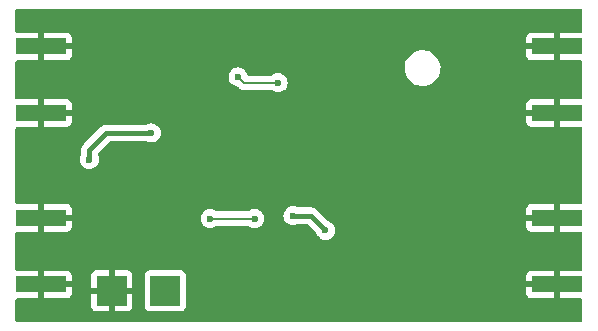
<source format=gbr>
%TF.GenerationSoftware,KiCad,Pcbnew,7.0.1*%
%TF.CreationDate,2023-06-23T15:29:09-04:00*%
%TF.ProjectId,reference-25mhz,72656665-7265-46e6-9365-2d32356d687a,rev?*%
%TF.SameCoordinates,Original*%
%TF.FileFunction,Copper,L2,Bot*%
%TF.FilePolarity,Positive*%
%FSLAX46Y46*%
G04 Gerber Fmt 4.6, Leading zero omitted, Abs format (unit mm)*
G04 Created by KiCad (PCBNEW 7.0.1) date 2023-06-23 15:29:09*
%MOMM*%
%LPD*%
G01*
G04 APERTURE LIST*
%TA.AperFunction,SMDPad,CuDef*%
%ADD10R,4.200000X1.350000*%
%TD*%
%TA.AperFunction,ComponentPad*%
%ADD11R,2.500000X2.500000*%
%TD*%
%TA.AperFunction,ViaPad*%
%ADD12C,0.600000*%
%TD*%
%TA.AperFunction,Conductor*%
%ADD13C,0.400000*%
%TD*%
%TA.AperFunction,Conductor*%
%ADD14C,0.200000*%
%TD*%
G04 APERTURE END LIST*
D10*
%TO.P,J1,2,Ext*%
%TO.N,GND*%
X74662500Y-122675000D03*
X74662500Y-128325000D03*
%TD*%
%TO.P,J5,2,Ext*%
%TO.N,GND*%
X118337500Y-142825000D03*
X118337500Y-137175000D03*
%TD*%
%TO.P,J2,2,Ext*%
%TO.N,GND*%
X74662500Y-137175000D03*
X74662500Y-142825000D03*
%TD*%
D11*
%TO.P,TP2,1,1*%
%TO.N,GND*%
X80650000Y-143350000D03*
%TD*%
%TO.P,TP1,1,1*%
%TO.N,+5V*%
X85200000Y-143350000D03*
%TD*%
D10*
%TO.P,J4,2,Ext*%
%TO.N,GND*%
X118337500Y-128325000D03*
X118337500Y-122675000D03*
%TD*%
D12*
%TO.N,GND*%
X106000000Y-143000000D03*
X74000000Y-145000000D03*
X117000000Y-120000000D03*
X100000000Y-131000000D03*
X109000000Y-140000000D03*
X112000000Y-141000000D03*
X77000000Y-120000000D03*
X98000000Y-121000000D03*
X115000000Y-132000000D03*
X107000000Y-142000000D03*
X106000000Y-129000000D03*
X100000000Y-137000000D03*
X100000000Y-129000000D03*
X90250000Y-128750000D03*
X96000000Y-130000000D03*
X78000000Y-121000000D03*
X87500000Y-144000000D03*
X103000000Y-134000000D03*
X81000000Y-135500000D03*
X107000000Y-136000000D03*
X111000000Y-128000000D03*
X110000000Y-133000000D03*
X76000000Y-121000000D03*
X103000000Y-136000000D03*
X109000000Y-128000000D03*
X95000000Y-131000000D03*
X114000000Y-141000000D03*
X78000000Y-123000000D03*
X113000000Y-132000000D03*
X115000000Y-138000000D03*
X78000000Y-141000000D03*
X111000000Y-140000000D03*
X115000000Y-130000000D03*
X89000000Y-122000000D03*
X111000000Y-136000000D03*
X102500000Y-125500000D03*
X107000000Y-132000000D03*
X91000000Y-120000000D03*
X105000000Y-136000000D03*
X97000000Y-140000000D03*
X114000000Y-125000000D03*
X111000000Y-124000000D03*
X101000000Y-140000000D03*
X103000000Y-140000000D03*
X108000000Y-137000000D03*
X87500000Y-141000000D03*
X89250000Y-132000000D03*
X92000000Y-121000000D03*
X113000000Y-136000000D03*
X100500000Y-123500000D03*
X102000000Y-137000000D03*
X110000000Y-127000000D03*
X97000000Y-131000000D03*
X94000000Y-130000000D03*
X111000000Y-126000000D03*
X79000000Y-120000000D03*
X112000000Y-125000000D03*
X100500000Y-125500000D03*
X118000000Y-121000000D03*
X102500000Y-123500000D03*
X79000000Y-122000000D03*
X95500000Y-138400000D03*
X74000000Y-133000000D03*
X104000000Y-121000000D03*
X75000000Y-134000000D03*
X112000000Y-137000000D03*
X90000000Y-121000000D03*
X114000000Y-129000000D03*
X103000000Y-120000000D03*
X114000000Y-131000000D03*
X93000000Y-120000000D03*
X75000000Y-120000000D03*
X115000000Y-128000000D03*
X80000000Y-125000000D03*
X80000000Y-123000000D03*
X95000000Y-120000000D03*
X109000000Y-136000000D03*
X87000000Y-120000000D03*
X99000000Y-140000000D03*
X119000000Y-120000000D03*
X105000000Y-132000000D03*
X107000000Y-120000000D03*
X108000000Y-141000000D03*
X110000000Y-137000000D03*
X101500000Y-124500000D03*
X116000000Y-121000000D03*
X108000000Y-129000000D03*
X76000000Y-145000000D03*
X114000000Y-137000000D03*
X101000000Y-142000000D03*
X110000000Y-121000000D03*
X106000000Y-137000000D03*
X96000000Y-134000000D03*
X97000000Y-133000000D03*
X96500000Y-143000000D03*
X101000000Y-130000000D03*
X107000000Y-140000000D03*
X112000000Y-133000000D03*
X74000000Y-135000000D03*
X81000000Y-141000000D03*
X114000000Y-133000000D03*
X113000000Y-120000000D03*
X84000000Y-123000000D03*
X82000000Y-123000000D03*
X110000000Y-129000000D03*
X78000000Y-143000000D03*
X100000000Y-121000000D03*
X97000000Y-135000000D03*
X85000000Y-120000000D03*
X115000000Y-120000000D03*
X86000000Y-140500000D03*
X75000000Y-132000000D03*
X107000000Y-134000000D03*
X83000000Y-120000000D03*
X104000000Y-143000000D03*
X84500000Y-140500000D03*
X104000000Y-133000000D03*
X88000000Y-121000000D03*
X81000000Y-120000000D03*
X105000000Y-120000000D03*
X92800000Y-138700000D03*
X97000000Y-120000000D03*
X106000000Y-133000000D03*
X109000000Y-122000000D03*
X91750000Y-135000000D03*
X102000000Y-141000000D03*
X113000000Y-126000000D03*
X78000000Y-145000000D03*
X94000000Y-121000000D03*
X103000000Y-142000000D03*
X115000000Y-136000000D03*
X102000000Y-133000000D03*
X115000000Y-124000000D03*
X112000000Y-127000000D03*
X100000000Y-133000000D03*
X89000000Y-120000000D03*
X109000000Y-126000000D03*
X89000000Y-141000000D03*
X115000000Y-122000000D03*
X111000000Y-122000000D03*
X111000000Y-132000000D03*
X86000000Y-121000000D03*
X96000000Y-121000000D03*
X105000000Y-142000000D03*
X109000000Y-120000000D03*
X104000000Y-137000000D03*
X101000000Y-120000000D03*
X102000000Y-135000000D03*
X110000000Y-141000000D03*
X113000000Y-140000000D03*
X100000000Y-135000000D03*
X96000000Y-132000000D03*
X103000000Y-132000000D03*
X99000000Y-120000000D03*
X102000000Y-121000000D03*
X74000000Y-131000000D03*
X74000000Y-121000000D03*
X115000000Y-142000000D03*
X79000000Y-124000000D03*
X111000000Y-120000000D03*
X98000000Y-139000000D03*
%TO.N,+3V3*%
X98750000Y-138250000D03*
X96000000Y-137000000D03*
%TO.N,Net-(JP2-C)*%
X92750000Y-137250000D03*
X89000000Y-137250000D03*
%TO.N,Net-(JP3-B)*%
X78750000Y-132250000D03*
X84000000Y-130000000D03*
%TO.N,Net-(U4A-D)*%
X94750000Y-125750000D03*
X91350000Y-125250000D03*
%TD*%
D13*
%TO.N,+3V3*%
X97500000Y-137000000D02*
X96000000Y-137000000D01*
X98750000Y-138250000D02*
X97500000Y-137000000D01*
D14*
%TO.N,Net-(JP2-C)*%
X92750000Y-137250000D02*
X89000000Y-137250000D01*
D13*
%TO.N,Net-(JP3-B)*%
X78750000Y-132250000D02*
X78750000Y-131460000D01*
X80210000Y-130000000D02*
X84000000Y-130000000D01*
X78750000Y-131460000D02*
X80210000Y-130000000D01*
D14*
%TO.N,Net-(U4A-D)*%
X91850000Y-125750000D02*
X91350000Y-125250000D01*
X94750000Y-125750000D02*
X91850000Y-125750000D01*
%TD*%
%TA.AperFunction,Conductor*%
%TO.N,GND*%
G36*
X120437500Y-119517113D02*
G01*
X120482887Y-119562500D01*
X120499500Y-119624500D01*
X120499500Y-121376000D01*
X120482887Y-121438000D01*
X120437500Y-121483387D01*
X120375500Y-121500000D01*
X118587500Y-121500000D01*
X118587500Y-123850000D01*
X120375500Y-123850000D01*
X120437500Y-123866613D01*
X120482887Y-123912000D01*
X120499500Y-123974000D01*
X120499500Y-127026000D01*
X120482887Y-127088000D01*
X120437500Y-127133387D01*
X120375500Y-127150000D01*
X118587500Y-127150000D01*
X118587500Y-129500000D01*
X120375500Y-129500000D01*
X120437500Y-129516613D01*
X120482887Y-129562000D01*
X120499500Y-129624000D01*
X120499500Y-135876000D01*
X120482887Y-135938000D01*
X120437500Y-135983387D01*
X120375500Y-136000000D01*
X118587500Y-136000000D01*
X118587500Y-138350000D01*
X120375500Y-138350000D01*
X120437500Y-138366613D01*
X120482887Y-138412000D01*
X120499500Y-138474000D01*
X120499500Y-141526000D01*
X120482887Y-141588000D01*
X120437500Y-141633387D01*
X120375500Y-141650000D01*
X118587500Y-141650000D01*
X118587500Y-144000000D01*
X120375500Y-144000000D01*
X120437500Y-144016613D01*
X120482887Y-144062000D01*
X120499500Y-144124000D01*
X120499500Y-145875500D01*
X120482887Y-145937500D01*
X120437500Y-145982887D01*
X120375500Y-145999500D01*
X72624500Y-145999500D01*
X72562500Y-145982887D01*
X72517113Y-145937500D01*
X72500500Y-145875500D01*
X72500500Y-144124000D01*
X72517113Y-144062000D01*
X72562500Y-144016613D01*
X72624500Y-144000000D01*
X74412500Y-144000000D01*
X74412500Y-143075000D01*
X74912500Y-143075000D01*
X74912500Y-144000000D01*
X76810324Y-144000000D01*
X76869875Y-143993597D01*
X77004589Y-143943352D01*
X77119688Y-143857188D01*
X77205852Y-143742089D01*
X77256097Y-143607375D01*
X77256890Y-143600000D01*
X78900000Y-143600000D01*
X78900000Y-144647824D01*
X78906402Y-144707375D01*
X78956647Y-144842089D01*
X79042811Y-144957188D01*
X79157910Y-145043352D01*
X79292624Y-145093597D01*
X79352176Y-145100000D01*
X80400000Y-145100000D01*
X80400000Y-143600000D01*
X80900000Y-143600000D01*
X80900000Y-145100000D01*
X81947824Y-145100000D01*
X82007375Y-145093597D01*
X82142089Y-145043352D01*
X82257188Y-144957188D01*
X82343352Y-144842089D01*
X82393597Y-144707375D01*
X82399995Y-144647869D01*
X83449500Y-144647869D01*
X83455897Y-144707375D01*
X83455909Y-144707483D01*
X83506204Y-144842331D01*
X83592454Y-144957546D01*
X83707669Y-145043796D01*
X83842517Y-145094091D01*
X83902127Y-145100500D01*
X86497872Y-145100499D01*
X86557483Y-145094091D01*
X86692331Y-145043796D01*
X86807546Y-144957546D01*
X86893796Y-144842331D01*
X86944091Y-144707483D01*
X86950500Y-144647873D01*
X86950499Y-143075000D01*
X115737500Y-143075000D01*
X115737500Y-143547824D01*
X115743902Y-143607375D01*
X115794147Y-143742089D01*
X115880311Y-143857188D01*
X115995410Y-143943352D01*
X116130124Y-143993597D01*
X116189676Y-144000000D01*
X118087500Y-144000000D01*
X118087500Y-143075000D01*
X115737500Y-143075000D01*
X86950499Y-143075000D01*
X86950499Y-142575000D01*
X115737500Y-142575000D01*
X118087500Y-142575000D01*
X118087500Y-141650000D01*
X116189676Y-141650000D01*
X116130124Y-141656402D01*
X115995410Y-141706647D01*
X115880311Y-141792811D01*
X115794147Y-141907910D01*
X115743902Y-142042624D01*
X115737500Y-142102176D01*
X115737500Y-142575000D01*
X86950499Y-142575000D01*
X86950499Y-142052128D01*
X86944091Y-141992517D01*
X86893796Y-141857669D01*
X86807546Y-141742454D01*
X86692331Y-141656204D01*
X86557483Y-141605909D01*
X86497873Y-141599500D01*
X86497869Y-141599500D01*
X83902130Y-141599500D01*
X83842515Y-141605909D01*
X83707669Y-141656204D01*
X83592454Y-141742454D01*
X83506204Y-141857668D01*
X83455909Y-141992516D01*
X83449500Y-142052130D01*
X83449500Y-144647869D01*
X82399995Y-144647869D01*
X82400000Y-144647824D01*
X82400000Y-143600000D01*
X80900000Y-143600000D01*
X80400000Y-143600000D01*
X78900000Y-143600000D01*
X77256890Y-143600000D01*
X77262500Y-143547824D01*
X77262500Y-143100000D01*
X78900000Y-143100000D01*
X80400000Y-143100000D01*
X80400000Y-141600000D01*
X80900000Y-141600000D01*
X80900000Y-143100000D01*
X82400000Y-143100000D01*
X82400000Y-142052176D01*
X82393597Y-141992624D01*
X82343352Y-141857910D01*
X82257188Y-141742811D01*
X82142089Y-141656647D01*
X82007375Y-141606402D01*
X81947824Y-141600000D01*
X80900000Y-141600000D01*
X80400000Y-141600000D01*
X79352176Y-141600000D01*
X79292624Y-141606402D01*
X79157910Y-141656647D01*
X79042811Y-141742811D01*
X78956647Y-141857910D01*
X78906402Y-141992624D01*
X78900000Y-142052176D01*
X78900000Y-143100000D01*
X77262500Y-143100000D01*
X77262500Y-143075000D01*
X74912500Y-143075000D01*
X74412500Y-143075000D01*
X74412500Y-141650000D01*
X74912500Y-141650000D01*
X74912500Y-142575000D01*
X77262500Y-142575000D01*
X77262500Y-142102176D01*
X77256097Y-142042624D01*
X77205852Y-141907910D01*
X77119688Y-141792811D01*
X77004589Y-141706647D01*
X76869875Y-141656402D01*
X76810324Y-141650000D01*
X74912500Y-141650000D01*
X74412500Y-141650000D01*
X72624500Y-141650000D01*
X72562500Y-141633387D01*
X72517113Y-141588000D01*
X72500500Y-141526000D01*
X72500500Y-138474000D01*
X72517113Y-138412000D01*
X72562500Y-138366613D01*
X72624500Y-138350000D01*
X74412500Y-138350000D01*
X74412500Y-137425000D01*
X74912500Y-137425000D01*
X74912500Y-138350000D01*
X76810324Y-138350000D01*
X76869875Y-138343597D01*
X77004589Y-138293352D01*
X77119688Y-138207188D01*
X77205852Y-138092089D01*
X77256097Y-137957375D01*
X77262500Y-137897824D01*
X77262500Y-137425000D01*
X74912500Y-137425000D01*
X74412500Y-137425000D01*
X74412500Y-137250000D01*
X88194434Y-137250000D01*
X88214631Y-137429251D01*
X88214631Y-137429253D01*
X88214632Y-137429255D01*
X88274211Y-137599522D01*
X88293245Y-137629814D01*
X88370185Y-137752264D01*
X88497735Y-137879814D01*
X88497737Y-137879815D01*
X88497738Y-137879816D01*
X88650478Y-137975789D01*
X88820745Y-138035368D01*
X89000000Y-138055565D01*
X89179255Y-138035368D01*
X89349522Y-137975789D01*
X89502262Y-137879816D01*
X89502261Y-137879816D01*
X89514092Y-137872383D01*
X89514911Y-137873687D01*
X89535488Y-137859939D01*
X89582941Y-137850500D01*
X92167059Y-137850500D01*
X92214512Y-137859939D01*
X92235088Y-137873687D01*
X92235908Y-137872383D01*
X92280618Y-137900476D01*
X92400478Y-137975789D01*
X92570745Y-138035368D01*
X92750000Y-138055565D01*
X92929255Y-138035368D01*
X93099522Y-137975789D01*
X93252262Y-137879816D01*
X93379816Y-137752262D01*
X93475789Y-137599522D01*
X93535368Y-137429255D01*
X93555565Y-137250000D01*
X93535368Y-137070745D01*
X93510613Y-137000000D01*
X95194434Y-137000000D01*
X95214631Y-137179251D01*
X95214631Y-137179253D01*
X95214632Y-137179255D01*
X95274211Y-137349522D01*
X95274212Y-137349523D01*
X95370185Y-137502264D01*
X95497735Y-137629814D01*
X95497737Y-137629815D01*
X95497738Y-137629816D01*
X95650478Y-137725789D01*
X95820745Y-137785368D01*
X96000000Y-137805565D01*
X96179255Y-137785368D01*
X96349522Y-137725789D01*
X96359521Y-137719505D01*
X96425493Y-137700500D01*
X97158481Y-137700500D01*
X97205934Y-137709939D01*
X97246162Y-137736819D01*
X97958631Y-138449288D01*
X97987991Y-138496014D01*
X98024209Y-138599519D01*
X98120185Y-138752264D01*
X98247735Y-138879814D01*
X98247737Y-138879815D01*
X98247738Y-138879816D01*
X98400478Y-138975789D01*
X98570745Y-139035368D01*
X98750000Y-139055565D01*
X98929255Y-139035368D01*
X99099522Y-138975789D01*
X99252262Y-138879816D01*
X99379816Y-138752262D01*
X99475789Y-138599522D01*
X99535368Y-138429255D01*
X99555565Y-138250000D01*
X99535368Y-138070745D01*
X99475789Y-137900478D01*
X99379816Y-137747738D01*
X99379815Y-137747737D01*
X99379814Y-137747735D01*
X99252264Y-137620185D01*
X99099519Y-137524209D01*
X98996014Y-137487991D01*
X98949288Y-137458631D01*
X98915657Y-137425000D01*
X115737500Y-137425000D01*
X115737500Y-137897824D01*
X115743902Y-137957375D01*
X115794147Y-138092089D01*
X115880311Y-138207188D01*
X115995410Y-138293352D01*
X116130124Y-138343597D01*
X116189676Y-138350000D01*
X118087500Y-138350000D01*
X118087500Y-137425000D01*
X115737500Y-137425000D01*
X98915657Y-137425000D01*
X98415657Y-136925000D01*
X115737500Y-136925000D01*
X118087500Y-136925000D01*
X118087500Y-136000000D01*
X116189676Y-136000000D01*
X116130124Y-136006402D01*
X115995410Y-136056647D01*
X115880311Y-136142811D01*
X115794147Y-136257910D01*
X115743902Y-136392624D01*
X115737500Y-136452176D01*
X115737500Y-136925000D01*
X98415657Y-136925000D01*
X98012940Y-136522283D01*
X98007822Y-136516847D01*
X97967929Y-136471817D01*
X97957518Y-136464631D01*
X97928260Y-136444435D01*
X97918432Y-136437651D01*
X97912405Y-136433216D01*
X97865054Y-136396120D01*
X97855813Y-136391961D01*
X97836273Y-136380941D01*
X97827930Y-136375182D01*
X97827927Y-136375181D01*
X97827926Y-136375180D01*
X97771701Y-136353856D01*
X97764783Y-136350991D01*
X97709929Y-136326303D01*
X97699952Y-136324475D01*
X97678339Y-136318450D01*
X97668873Y-136314860D01*
X97609172Y-136307610D01*
X97601771Y-136306483D01*
X97542607Y-136295641D01*
X97482566Y-136299274D01*
X97475079Y-136299500D01*
X96425493Y-136299500D01*
X96359521Y-136280494D01*
X96349522Y-136274211D01*
X96179255Y-136214632D01*
X96179253Y-136214631D01*
X96179251Y-136214631D01*
X96000000Y-136194434D01*
X95820748Y-136214631D01*
X95820745Y-136214631D01*
X95820745Y-136214632D01*
X95650478Y-136274211D01*
X95650476Y-136274211D01*
X95650476Y-136274212D01*
X95497735Y-136370185D01*
X95370185Y-136497735D01*
X95274212Y-136650476D01*
X95214631Y-136820748D01*
X95194434Y-137000000D01*
X93510613Y-137000000D01*
X93475789Y-136900478D01*
X93379816Y-136747738D01*
X93379815Y-136747737D01*
X93379814Y-136747735D01*
X93252264Y-136620185D01*
X93189867Y-136580979D01*
X93099522Y-136524211D01*
X92929255Y-136464632D01*
X92929253Y-136464631D01*
X92929251Y-136464631D01*
X92750000Y-136444434D01*
X92570748Y-136464631D01*
X92570745Y-136464631D01*
X92570745Y-136464632D01*
X92400478Y-136524211D01*
X92400476Y-136524211D01*
X92400476Y-136524212D01*
X92235908Y-136627617D01*
X92235088Y-136626312D01*
X92214512Y-136640061D01*
X92167059Y-136649500D01*
X89582941Y-136649500D01*
X89535488Y-136640061D01*
X89514911Y-136626312D01*
X89514092Y-136627617D01*
X89442076Y-136582367D01*
X89349522Y-136524211D01*
X89179255Y-136464632D01*
X89179253Y-136464631D01*
X89179251Y-136464631D01*
X89000000Y-136444434D01*
X88820748Y-136464631D01*
X88820745Y-136464631D01*
X88820745Y-136464632D01*
X88650478Y-136524211D01*
X88650476Y-136524211D01*
X88650476Y-136524212D01*
X88497735Y-136620185D01*
X88370185Y-136747735D01*
X88274212Y-136900476D01*
X88274211Y-136900478D01*
X88239387Y-137000000D01*
X88214631Y-137070748D01*
X88194434Y-137250000D01*
X74412500Y-137250000D01*
X74412500Y-136000000D01*
X74912500Y-136000000D01*
X74912500Y-136925000D01*
X77262500Y-136925000D01*
X77262500Y-136452176D01*
X77256097Y-136392624D01*
X77205852Y-136257910D01*
X77119688Y-136142811D01*
X77004589Y-136056647D01*
X76869875Y-136006402D01*
X76810324Y-136000000D01*
X74912500Y-136000000D01*
X74412500Y-136000000D01*
X72624500Y-136000000D01*
X72562500Y-135983387D01*
X72517113Y-135938000D01*
X72500500Y-135876000D01*
X72500500Y-132250000D01*
X77944434Y-132250000D01*
X77964631Y-132429251D01*
X77964631Y-132429253D01*
X77964632Y-132429255D01*
X78024211Y-132599522D01*
X78024212Y-132599523D01*
X78120185Y-132752264D01*
X78247735Y-132879814D01*
X78247737Y-132879815D01*
X78247738Y-132879816D01*
X78400478Y-132975789D01*
X78570745Y-133035368D01*
X78750000Y-133055565D01*
X78929255Y-133035368D01*
X79099522Y-132975789D01*
X79252262Y-132879816D01*
X79379816Y-132752262D01*
X79475789Y-132599522D01*
X79535368Y-132429255D01*
X79555565Y-132250000D01*
X79535368Y-132070745D01*
X79475789Y-131900478D01*
X79469505Y-131890478D01*
X79450500Y-131824507D01*
X79450500Y-131801519D01*
X79459939Y-131754066D01*
X79486819Y-131713838D01*
X80463838Y-130736819D01*
X80504066Y-130709939D01*
X80551519Y-130700500D01*
X83574507Y-130700500D01*
X83640478Y-130719505D01*
X83650478Y-130725789D01*
X83820745Y-130785368D01*
X84000000Y-130805565D01*
X84179255Y-130785368D01*
X84349522Y-130725789D01*
X84502262Y-130629816D01*
X84629816Y-130502262D01*
X84725789Y-130349522D01*
X84785368Y-130179255D01*
X84805565Y-130000000D01*
X84785368Y-129820745D01*
X84725789Y-129650478D01*
X84629816Y-129497738D01*
X84629815Y-129497737D01*
X84629814Y-129497735D01*
X84502264Y-129370185D01*
X84401960Y-129307160D01*
X84349522Y-129274211D01*
X84179255Y-129214632D01*
X84179253Y-129214631D01*
X84179251Y-129214631D01*
X84000000Y-129194434D01*
X83820748Y-129214631D01*
X83820745Y-129214631D01*
X83820745Y-129214632D01*
X83650478Y-129274211D01*
X83650476Y-129274211D01*
X83650476Y-129274212D01*
X83640479Y-129280494D01*
X83574507Y-129299500D01*
X80234921Y-129299500D01*
X80227434Y-129299274D01*
X80167391Y-129295641D01*
X80108227Y-129306483D01*
X80100828Y-129307610D01*
X80041124Y-129314860D01*
X80031651Y-129318453D01*
X80010047Y-129324476D01*
X80000069Y-129326305D01*
X79945225Y-129350987D01*
X79938310Y-129353851D01*
X79882070Y-129375181D01*
X79873723Y-129380943D01*
X79854187Y-129391961D01*
X79844944Y-129396121D01*
X79797608Y-129433205D01*
X79791582Y-129437639D01*
X79742072Y-129471816D01*
X79702184Y-129516838D01*
X79697052Y-129522289D01*
X78272290Y-130947051D01*
X78266838Y-130952183D01*
X78221816Y-130992070D01*
X78187649Y-131041568D01*
X78183213Y-131047597D01*
X78146121Y-131094942D01*
X78141961Y-131104186D01*
X78130941Y-131123725D01*
X78125182Y-131132069D01*
X78103853Y-131188305D01*
X78100989Y-131195219D01*
X78076303Y-131250070D01*
X78074475Y-131260047D01*
X78068454Y-131281648D01*
X78064859Y-131291128D01*
X78057609Y-131350827D01*
X78056483Y-131358226D01*
X78045641Y-131417391D01*
X78049274Y-131477434D01*
X78049500Y-131484921D01*
X78049500Y-131824507D01*
X78030494Y-131890479D01*
X78024212Y-131900476D01*
X77964631Y-132070748D01*
X77944434Y-132250000D01*
X72500500Y-132250000D01*
X72500500Y-129624000D01*
X72517113Y-129562000D01*
X72562500Y-129516613D01*
X72624500Y-129500000D01*
X74412500Y-129500000D01*
X74412500Y-128575000D01*
X74912500Y-128575000D01*
X74912500Y-129500000D01*
X76810324Y-129500000D01*
X76869875Y-129493597D01*
X77004589Y-129443352D01*
X77119688Y-129357188D01*
X77205852Y-129242089D01*
X77256097Y-129107375D01*
X77262500Y-129047824D01*
X77262500Y-128575000D01*
X115737500Y-128575000D01*
X115737500Y-129047824D01*
X115743902Y-129107375D01*
X115794147Y-129242089D01*
X115880311Y-129357188D01*
X115995410Y-129443352D01*
X116130124Y-129493597D01*
X116189676Y-129500000D01*
X118087500Y-129500000D01*
X118087500Y-128575000D01*
X115737500Y-128575000D01*
X77262500Y-128575000D01*
X74912500Y-128575000D01*
X74412500Y-128575000D01*
X74412500Y-127150000D01*
X74912500Y-127150000D01*
X74912500Y-128075000D01*
X77262500Y-128075000D01*
X115737500Y-128075000D01*
X118087500Y-128075000D01*
X118087500Y-127150000D01*
X116189676Y-127150000D01*
X116130124Y-127156402D01*
X115995410Y-127206647D01*
X115880311Y-127292811D01*
X115794147Y-127407910D01*
X115743902Y-127542624D01*
X115737500Y-127602176D01*
X115737500Y-128075000D01*
X77262500Y-128075000D01*
X77262500Y-127602176D01*
X77256097Y-127542624D01*
X77205852Y-127407910D01*
X77119688Y-127292811D01*
X77004589Y-127206647D01*
X76869875Y-127156402D01*
X76810324Y-127150000D01*
X74912500Y-127150000D01*
X74412500Y-127150000D01*
X72624500Y-127150000D01*
X72562500Y-127133387D01*
X72517113Y-127088000D01*
X72500500Y-127026000D01*
X72500500Y-125250000D01*
X90544434Y-125250000D01*
X90564631Y-125429251D01*
X90564631Y-125429253D01*
X90564632Y-125429255D01*
X90624211Y-125599522D01*
X90624212Y-125599523D01*
X90720185Y-125752264D01*
X90847735Y-125879814D01*
X90847737Y-125879815D01*
X90847738Y-125879816D01*
X91000478Y-125975789D01*
X91170745Y-126035368D01*
X91257666Y-126045161D01*
X91297585Y-126056661D01*
X91331465Y-126080700D01*
X91391799Y-126141034D01*
X91402494Y-126153229D01*
X91421717Y-126178282D01*
X91518130Y-126252261D01*
X91518131Y-126252262D01*
X91547159Y-126274536D01*
X91693238Y-126335044D01*
X91818698Y-126351561D01*
X91849999Y-126355682D01*
X91849999Y-126355681D01*
X91850000Y-126355682D01*
X91881302Y-126351560D01*
X91897487Y-126350500D01*
X94167059Y-126350500D01*
X94214512Y-126359939D01*
X94235088Y-126373687D01*
X94235908Y-126372383D01*
X94247738Y-126379816D01*
X94400478Y-126475789D01*
X94570745Y-126535368D01*
X94750000Y-126555565D01*
X94929255Y-126535368D01*
X95099522Y-126475789D01*
X95252262Y-126379816D01*
X95297035Y-126335043D01*
X95379816Y-126252263D01*
X95409967Y-126204276D01*
X95475789Y-126099522D01*
X95535368Y-125929255D01*
X95555565Y-125750000D01*
X95535368Y-125570745D01*
X95475789Y-125400478D01*
X95379816Y-125247738D01*
X95379815Y-125247737D01*
X95379814Y-125247735D01*
X95252264Y-125120185D01*
X95166751Y-125066454D01*
X95099522Y-125024211D01*
X94929255Y-124964632D01*
X94929253Y-124964631D01*
X94929251Y-124964631D01*
X94750000Y-124944434D01*
X94570748Y-124964631D01*
X94570745Y-124964631D01*
X94570745Y-124964632D01*
X94400478Y-125024211D01*
X94400476Y-125024211D01*
X94400476Y-125024212D01*
X94235908Y-125127617D01*
X94235088Y-125126312D01*
X94214512Y-125140061D01*
X94167059Y-125149500D01*
X92250908Y-125149500D01*
X92201321Y-125139154D01*
X92160010Y-125109841D01*
X92133867Y-125066456D01*
X92075789Y-124900478D01*
X91979816Y-124747738D01*
X91979815Y-124747737D01*
X91979814Y-124747735D01*
X91852264Y-124620185D01*
X91758740Y-124561420D01*
X105443589Y-124561420D01*
X105473181Y-124805131D01*
X105536639Y-125024211D01*
X105541482Y-125040931D01*
X105646724Y-125262723D01*
X105786181Y-125464762D01*
X105956242Y-125641813D01*
X106152501Y-125789293D01*
X106152503Y-125789294D01*
X106369872Y-125903379D01*
X106486573Y-125942339D01*
X106602737Y-125981120D01*
X106723894Y-126000809D01*
X106845052Y-126020500D01*
X106845053Y-126020500D01*
X107029079Y-126020500D01*
X107029080Y-126020500D01*
X107212499Y-126005693D01*
X107450860Y-125946942D01*
X107676711Y-125850716D01*
X107884200Y-125719508D01*
X108067956Y-125556714D01*
X108223218Y-125366553D01*
X108345966Y-125153948D01*
X108433019Y-124924406D01*
X108482125Y-124683872D01*
X108492010Y-124438576D01*
X108462419Y-124194871D01*
X108394118Y-123959069D01*
X108288876Y-123737277D01*
X108149419Y-123535238D01*
X107979358Y-123358187D01*
X107783099Y-123210707D01*
X107783097Y-123210706D01*
X107783096Y-123210705D01*
X107565727Y-123096620D01*
X107332861Y-123018879D01*
X107090548Y-122979500D01*
X107090547Y-122979500D01*
X106906520Y-122979500D01*
X106723101Y-122994306D01*
X106723101Y-122994307D01*
X106484741Y-123053057D01*
X106258884Y-123149286D01*
X106051400Y-123280492D01*
X105867644Y-123443285D01*
X105712381Y-123633447D01*
X105589634Y-123846051D01*
X105502580Y-124075594D01*
X105453474Y-124316130D01*
X105443589Y-124561420D01*
X91758740Y-124561420D01*
X91699522Y-124524211D01*
X91529255Y-124464632D01*
X91529253Y-124464631D01*
X91529251Y-124464631D01*
X91350000Y-124444434D01*
X91170748Y-124464631D01*
X91170745Y-124464631D01*
X91170745Y-124464632D01*
X91000478Y-124524211D01*
X91000476Y-124524211D01*
X91000476Y-124524212D01*
X90847735Y-124620185D01*
X90720185Y-124747735D01*
X90624212Y-124900476D01*
X90624211Y-124900478D01*
X90564632Y-125070745D01*
X90564631Y-125070748D01*
X90544434Y-125250000D01*
X72500500Y-125250000D01*
X72500500Y-123974000D01*
X72517113Y-123912000D01*
X72562500Y-123866613D01*
X72624500Y-123850000D01*
X74412500Y-123850000D01*
X74412500Y-122925000D01*
X74912500Y-122925000D01*
X74912500Y-123850000D01*
X76810324Y-123850000D01*
X76869875Y-123843597D01*
X77004589Y-123793352D01*
X77119688Y-123707188D01*
X77205852Y-123592089D01*
X77256097Y-123457375D01*
X77262500Y-123397824D01*
X77262500Y-122925000D01*
X115737500Y-122925000D01*
X115737500Y-123397824D01*
X115743902Y-123457375D01*
X115794147Y-123592089D01*
X115880311Y-123707188D01*
X115995410Y-123793352D01*
X116130124Y-123843597D01*
X116189676Y-123850000D01*
X118087500Y-123850000D01*
X118087500Y-122925000D01*
X115737500Y-122925000D01*
X77262500Y-122925000D01*
X74912500Y-122925000D01*
X74412500Y-122925000D01*
X74412500Y-121500000D01*
X74912500Y-121500000D01*
X74912500Y-122425000D01*
X77262500Y-122425000D01*
X115737500Y-122425000D01*
X118087500Y-122425000D01*
X118087500Y-121500000D01*
X116189676Y-121500000D01*
X116130124Y-121506402D01*
X115995410Y-121556647D01*
X115880311Y-121642811D01*
X115794147Y-121757910D01*
X115743902Y-121892624D01*
X115737500Y-121952176D01*
X115737500Y-122425000D01*
X77262500Y-122425000D01*
X77262500Y-121952176D01*
X77256097Y-121892624D01*
X77205852Y-121757910D01*
X77119688Y-121642811D01*
X77004589Y-121556647D01*
X76869875Y-121506402D01*
X76810324Y-121500000D01*
X74912500Y-121500000D01*
X74412500Y-121500000D01*
X72624500Y-121500000D01*
X72562500Y-121483387D01*
X72517113Y-121438000D01*
X72500500Y-121376000D01*
X72500500Y-119624500D01*
X72517113Y-119562500D01*
X72562500Y-119517113D01*
X72624500Y-119500500D01*
X120375500Y-119500500D01*
X120437500Y-119517113D01*
G37*
%TD.AperFunction*%
%TD*%
M02*

</source>
